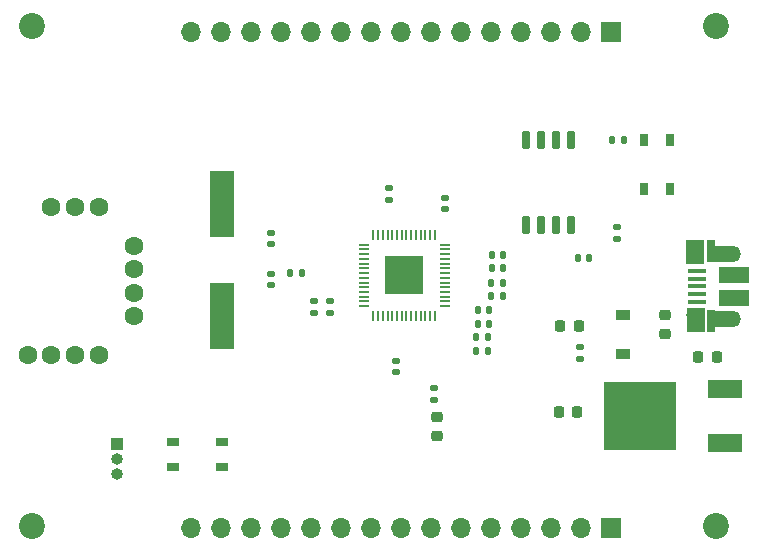
<source format=gbr>
%TF.GenerationSoftware,KiCad,Pcbnew,(6.0.6)*%
%TF.CreationDate,2022-09-06T19:45:02+05:30*%
%TF.ProjectId,rp2040-ble,72703230-3430-42d6-926c-652e6b696361,rev?*%
%TF.SameCoordinates,Original*%
%TF.FileFunction,Soldermask,Top*%
%TF.FilePolarity,Negative*%
%FSLAX46Y46*%
G04 Gerber Fmt 4.6, Leading zero omitted, Abs format (unit mm)*
G04 Created by KiCad (PCBNEW (6.0.6)) date 2022-09-06 19:45:02*
%MOMM*%
%LPD*%
G01*
G04 APERTURE LIST*
G04 Aperture macros list*
%AMRoundRect*
0 Rectangle with rounded corners*
0 $1 Rounding radius*
0 $2 $3 $4 $5 $6 $7 $8 $9 X,Y pos of 4 corners*
0 Add a 4 corners polygon primitive as box body*
4,1,4,$2,$3,$4,$5,$6,$7,$8,$9,$2,$3,0*
0 Add four circle primitives for the rounded corners*
1,1,$1+$1,$2,$3*
1,1,$1+$1,$4,$5*
1,1,$1+$1,$6,$7*
1,1,$1+$1,$8,$9*
0 Add four rect primitives between the rounded corners*
20,1,$1+$1,$2,$3,$4,$5,0*
20,1,$1+$1,$4,$5,$6,$7,0*
20,1,$1+$1,$6,$7,$8,$9,0*
20,1,$1+$1,$8,$9,$2,$3,0*%
G04 Aperture macros list end*
%ADD10RoundRect,0.140000X-0.140000X-0.170000X0.140000X-0.170000X0.140000X0.170000X-0.140000X0.170000X0*%
%ADD11RoundRect,0.218750X-0.218750X-0.256250X0.218750X-0.256250X0.218750X0.256250X-0.218750X0.256250X0*%
%ADD12RoundRect,0.135000X0.185000X-0.135000X0.185000X0.135000X-0.185000X0.135000X-0.185000X-0.135000X0*%
%ADD13RoundRect,0.150000X-0.150000X0.650000X-0.150000X-0.650000X0.150000X-0.650000X0.150000X0.650000X0*%
%ADD14RoundRect,0.050000X-0.050000X0.387500X-0.050000X-0.387500X0.050000X-0.387500X0.050000X0.387500X0*%
%ADD15RoundRect,0.050000X-0.387500X0.050000X-0.387500X-0.050000X0.387500X-0.050000X0.387500X0.050000X0*%
%ADD16R,3.200000X3.200000*%
%ADD17C,2.200000*%
%ADD18R,1.000000X1.000000*%
%ADD19O,1.000000X1.000000*%
%ADD20RoundRect,0.140000X-0.170000X0.140000X-0.170000X-0.140000X0.170000X-0.140000X0.170000X0.140000X0*%
%ADD21R,1.700000X1.700000*%
%ADD22O,1.700000X1.700000*%
%ADD23R,1.200000X0.900000*%
%ADD24R,0.660400X1.041400*%
%ADD25RoundRect,0.140000X0.170000X-0.140000X0.170000X0.140000X-0.170000X0.140000X-0.170000X-0.140000X0*%
%ADD26RoundRect,0.218750X0.256250X-0.218750X0.256250X0.218750X-0.256250X0.218750X-0.256250X-0.218750X0*%
%ADD27R,1.650000X0.400000*%
%ADD28O,1.500000X1.100000*%
%ADD29R,2.500000X1.430000*%
%ADD30R,2.000000X1.350000*%
%ADD31R,0.700000X1.825000*%
%ADD32R,1.500000X2.000000*%
%ADD33O,1.700000X1.350000*%
%ADD34C,1.600000*%
%ADD35RoundRect,0.135000X-0.135000X-0.185000X0.135000X-0.185000X0.135000X0.185000X-0.135000X0.185000X0*%
%ADD36RoundRect,0.225000X0.225000X0.250000X-0.225000X0.250000X-0.225000X-0.250000X0.225000X-0.250000X0*%
%ADD37RoundRect,0.135000X0.135000X0.185000X-0.135000X0.185000X-0.135000X-0.185000X0.135000X-0.185000X0*%
%ADD38R,2.100000X5.600000*%
%ADD39RoundRect,0.135000X-0.185000X0.135000X-0.185000X-0.135000X0.185000X-0.135000X0.185000X0.135000X0*%
%ADD40RoundRect,0.140000X0.140000X0.170000X-0.140000X0.170000X-0.140000X-0.170000X0.140000X-0.170000X0*%
%ADD41R,3.000000X1.600000*%
%ADD42R,6.200000X5.800000*%
%ADD43RoundRect,0.225000X-0.225000X-0.250000X0.225000X-0.250000X0.225000X0.250000X-0.225000X0.250000X0*%
%ADD44R,1.041400X0.660400*%
G04 APERTURE END LIST*
D10*
%TO.C,C2*%
X130620000Y-94300000D03*
X131580000Y-94300000D03*
%TD*%
%TO.C,C12*%
X131920000Y-87400000D03*
X132880000Y-87400000D03*
%TD*%
D11*
%TO.C,D2*%
X137712500Y-93400000D03*
X139287500Y-93400000D03*
%TD*%
D12*
%TO.C,R7*%
X139400000Y-96210000D03*
X139400000Y-95190000D03*
%TD*%
D13*
%TO.C,U2*%
X138655000Y-77650000D03*
X137385000Y-77650000D03*
X136115000Y-77650000D03*
X134845000Y-77650000D03*
X134845000Y-84850000D03*
X136115000Y-84850000D03*
X137385000Y-84850000D03*
X138655000Y-84850000D03*
%TD*%
D14*
%TO.C,U1*%
X127100000Y-85662500D03*
X126700000Y-85662500D03*
X126300000Y-85662500D03*
X125900000Y-85662500D03*
X125500000Y-85662500D03*
X125100000Y-85662500D03*
X124700000Y-85662500D03*
X124300000Y-85662500D03*
X123900000Y-85662500D03*
X123500000Y-85662500D03*
X123100000Y-85662500D03*
X122700000Y-85662500D03*
X122300000Y-85662500D03*
X121900000Y-85662500D03*
D15*
X121062500Y-86500000D03*
X121062500Y-86900000D03*
X121062500Y-87300000D03*
X121062500Y-87700000D03*
X121062500Y-88100000D03*
X121062500Y-88500000D03*
X121062500Y-88900000D03*
X121062500Y-89300000D03*
X121062500Y-89700000D03*
X121062500Y-90100000D03*
X121062500Y-90500000D03*
X121062500Y-90900000D03*
X121062500Y-91300000D03*
X121062500Y-91700000D03*
D14*
X121900000Y-92537500D03*
X122300000Y-92537500D03*
X122700000Y-92537500D03*
X123100000Y-92537500D03*
X123500000Y-92537500D03*
X123900000Y-92537500D03*
X124300000Y-92537500D03*
X124700000Y-92537500D03*
X125100000Y-92537500D03*
X125500000Y-92537500D03*
X125900000Y-92537500D03*
X126300000Y-92537500D03*
X126700000Y-92537500D03*
X127100000Y-92537500D03*
D15*
X127937500Y-91700000D03*
X127937500Y-91300000D03*
X127937500Y-90900000D03*
X127937500Y-90500000D03*
X127937500Y-90100000D03*
X127937500Y-89700000D03*
X127937500Y-89300000D03*
X127937500Y-88900000D03*
X127937500Y-88500000D03*
X127937500Y-88100000D03*
X127937500Y-87700000D03*
X127937500Y-87300000D03*
X127937500Y-86900000D03*
X127937500Y-86500000D03*
D16*
X124500000Y-89100000D03*
%TD*%
D17*
%TO.C,H4*%
X93000000Y-110300000D03*
%TD*%
%TO.C,H3*%
X93000000Y-68000000D03*
%TD*%
D10*
%TO.C,C9*%
X131920000Y-88500000D03*
X132880000Y-88500000D03*
%TD*%
D18*
%TO.C,J4*%
X100150000Y-103335000D03*
D19*
X100150000Y-104605000D03*
X100150000Y-105875000D03*
%TD*%
D20*
%TO.C,C11*%
X118210000Y-91290000D03*
X118210000Y-92250000D03*
%TD*%
D21*
%TO.C,J1*%
X142000000Y-68500000D03*
D22*
X139460000Y-68500000D03*
X136920000Y-68500000D03*
X134380000Y-68500000D03*
X131840000Y-68500000D03*
X129300000Y-68500000D03*
X126760000Y-68500000D03*
X124220000Y-68500000D03*
X121680000Y-68500000D03*
X119140000Y-68500000D03*
X116600000Y-68500000D03*
X114060000Y-68500000D03*
X111520000Y-68500000D03*
X108980000Y-68500000D03*
X106440000Y-68500000D03*
%TD*%
D17*
%TO.C,H1*%
X150900000Y-68000000D03*
%TD*%
D21*
%TO.C,J2*%
X142000000Y-110500000D03*
D22*
X139460000Y-110500000D03*
X136920000Y-110500000D03*
X134380000Y-110500000D03*
X131840000Y-110500000D03*
X129300000Y-110500000D03*
X126760000Y-110500000D03*
X124220000Y-110500000D03*
X121680000Y-110500000D03*
X119140000Y-110500000D03*
X116600000Y-110500000D03*
X114060000Y-110500000D03*
X111520000Y-110500000D03*
X108980000Y-110500000D03*
X106440000Y-110500000D03*
%TD*%
D23*
%TO.C,D3*%
X143050000Y-95725000D03*
X143050000Y-92425000D03*
%TD*%
D24*
%TO.C,SW1*%
X144825001Y-81775000D03*
X144825001Y-77625000D03*
X146974999Y-81775000D03*
X146974999Y-77625000D03*
%TD*%
D25*
%TO.C,C3*%
X123200000Y-82680000D03*
X123200000Y-81720000D03*
%TD*%
D26*
%TO.C,F1*%
X146600000Y-94057500D03*
X146600000Y-92482500D03*
%TD*%
D20*
%TO.C,C13*%
X113225000Y-88945000D03*
X113225000Y-89905000D03*
%TD*%
D27*
%TO.C,J3*%
X149280000Y-91320000D03*
X149280000Y-90670000D03*
X149280000Y-90020000D03*
X149280000Y-89370000D03*
X149280000Y-88720000D03*
D28*
X149160000Y-92440000D03*
D29*
X152430000Y-89060000D03*
D30*
X151230000Y-87270000D03*
D31*
X150480000Y-87020000D03*
D30*
X151230000Y-92750000D03*
D29*
X152430000Y-90980000D03*
D31*
X150480000Y-92970000D03*
D32*
X149180000Y-92870000D03*
D33*
X152160000Y-87290000D03*
D32*
X149160000Y-87120000D03*
D33*
X152160000Y-92750000D03*
D28*
X149160000Y-87600000D03*
%TD*%
D34*
%TO.C,U3*%
X94630000Y-83320600D03*
X96630000Y-83320600D03*
X98630000Y-83320600D03*
X101630000Y-86570600D03*
X101630000Y-88570600D03*
X101630000Y-90570600D03*
X101630000Y-92570600D03*
X98630000Y-95820600D03*
X96630000Y-95820600D03*
X94630000Y-95820600D03*
X92630000Y-95820600D03*
%TD*%
D12*
%TO.C,R8*%
X142500000Y-86010000D03*
X142500000Y-84990000D03*
%TD*%
D20*
%TO.C,C4*%
X116900000Y-91295000D03*
X116900000Y-92255000D03*
%TD*%
D26*
%TO.C,D1*%
X127300000Y-102687500D03*
X127300000Y-101112500D03*
%TD*%
D35*
%TO.C,R6*%
X142090000Y-77600000D03*
X143110000Y-77600000D03*
%TD*%
D20*
%TO.C,C6*%
X123800000Y-96320000D03*
X123800000Y-97280000D03*
%TD*%
D36*
%TO.C,C16*%
X139175000Y-100700000D03*
X137625000Y-100700000D03*
%TD*%
D37*
%TO.C,R2*%
X132910000Y-90800000D03*
X131890000Y-90800000D03*
%TD*%
D38*
%TO.C,Y1*%
X109050000Y-83025000D03*
X109050000Y-92525000D03*
%TD*%
D25*
%TO.C,C1*%
X128000000Y-83480000D03*
X128000000Y-82520000D03*
%TD*%
D39*
%TO.C,R5*%
X127000000Y-98590000D03*
X127000000Y-99610000D03*
%TD*%
D10*
%TO.C,C8*%
X130720000Y-92000000D03*
X131680000Y-92000000D03*
%TD*%
D40*
%TO.C,C14*%
X140170000Y-87590000D03*
X139210000Y-87590000D03*
%TD*%
D37*
%TO.C,R4*%
X115885000Y-88900000D03*
X114865000Y-88900000D03*
%TD*%
D25*
%TO.C,C10*%
X113225000Y-86430000D03*
X113225000Y-85470000D03*
%TD*%
D37*
%TO.C,R1*%
X132910000Y-89700000D03*
X131890000Y-89700000D03*
%TD*%
D41*
%TO.C,U4*%
X151680000Y-103285000D03*
X151680000Y-98715000D03*
D42*
X144500000Y-101000000D03*
%TD*%
D10*
%TO.C,C5*%
X130720000Y-93200000D03*
X131680000Y-93200000D03*
%TD*%
D43*
%TO.C,C15*%
X149405000Y-95990000D03*
X150955000Y-95990000D03*
%TD*%
D17*
%TO.C,H2*%
X150900000Y-110300000D03*
%TD*%
D10*
%TO.C,C7*%
X130620000Y-95500000D03*
X131580000Y-95500000D03*
%TD*%
D44*
%TO.C,SW2*%
X104968300Y-103203401D03*
X109118300Y-103203401D03*
X104968300Y-105353399D03*
X109118300Y-105353399D03*
%TD*%
M02*

</source>
